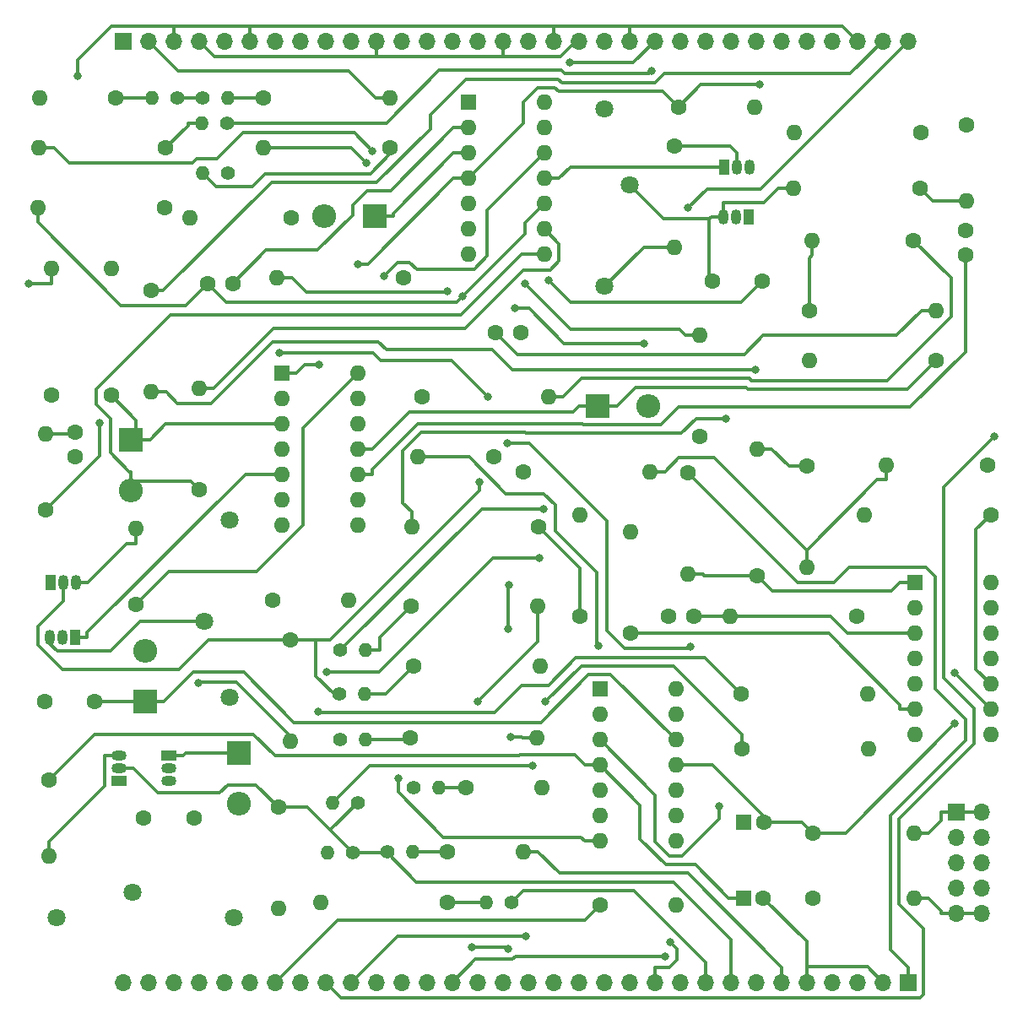
<source format=gbr>
%TF.GenerationSoftware,KiCad,Pcbnew,7.0.9*%
%TF.CreationDate,2024-06-03T12:34:29+01:00*%
%TF.ProjectId,3X VCO,33582056-434f-42e6-9b69-6361645f7063,rev?*%
%TF.SameCoordinates,Original*%
%TF.FileFunction,Copper,L2,Bot*%
%TF.FilePolarity,Positive*%
%FSLAX46Y46*%
G04 Gerber Fmt 4.6, Leading zero omitted, Abs format (unit mm)*
G04 Created by KiCad (PCBNEW 7.0.9) date 2024-06-03 12:34:29*
%MOMM*%
%LPD*%
G01*
G04 APERTURE LIST*
%TA.AperFunction,ComponentPad*%
%ADD10C,1.600000*%
%TD*%
%TA.AperFunction,ComponentPad*%
%ADD11O,1.600000X1.600000*%
%TD*%
%TA.AperFunction,ComponentPad*%
%ADD12C,1.400000*%
%TD*%
%TA.AperFunction,ComponentPad*%
%ADD13O,1.400000X1.400000*%
%TD*%
%TA.AperFunction,ComponentPad*%
%ADD14C,1.800000*%
%TD*%
%TA.AperFunction,ComponentPad*%
%ADD15R,1.700000X1.700000*%
%TD*%
%TA.AperFunction,ComponentPad*%
%ADD16O,1.700000X1.700000*%
%TD*%
%TA.AperFunction,ComponentPad*%
%ADD17R,1.500000X1.050000*%
%TD*%
%TA.AperFunction,ComponentPad*%
%ADD18O,1.500000X1.050000*%
%TD*%
%TA.AperFunction,ComponentPad*%
%ADD19R,2.400000X2.400000*%
%TD*%
%TA.AperFunction,ComponentPad*%
%ADD20O,2.400000X2.400000*%
%TD*%
%TA.AperFunction,ComponentPad*%
%ADD21R,1.600000X1.600000*%
%TD*%
%TA.AperFunction,ComponentPad*%
%ADD22R,1.050000X1.500000*%
%TD*%
%TA.AperFunction,ComponentPad*%
%ADD23O,1.050000X1.500000*%
%TD*%
%TA.AperFunction,ViaPad*%
%ADD24C,0.800000*%
%TD*%
%TA.AperFunction,Conductor*%
%ADD25C,0.350000*%
%TD*%
G04 APERTURE END LIST*
D10*
%TO.P,R22,1*%
%TO.N,Net-(R22-Pad1)*%
X265620000Y-94500000D03*
D11*
%TO.P,R22,2*%
%TO.N,Net-(U3B--)*%
X252920000Y-94500000D03*
%TD*%
D10*
%TO.P,R11,1*%
%TO.N,Net-(R11-Pad1)*%
X299500000Y-136300000D03*
D11*
%TO.P,R11,2*%
%TO.N,cvIn3*%
X312200000Y-136300000D03*
%TD*%
D12*
%TO.P,TH2,1*%
%TO.N,VCO1FMPot1*%
X247920000Y-79000000D03*
D13*
%TO.P,TH2,2*%
%TO.N,Net-(R4-Pad1)*%
X245380000Y-79000000D03*
%TD*%
D14*
%TO.P,R36,1*%
%TO.N,Net-(R35-Pad2)*%
X248165000Y-118860000D03*
%TO.P,R36,2*%
%TO.N,VCO1CoarsePot1*%
X245625000Y-129020000D03*
%TO.P,R36,3*%
%TO.N,N/C*%
X248165000Y-136640000D03*
%TD*%
D10*
%TO.P,C4,1*%
%TO.N,Net-(U2B-+)*%
X274850000Y-100000000D03*
%TO.P,C4,2*%
%TO.N,Net-(U2D--)*%
X277350000Y-100000000D03*
%TD*%
%TO.P,R44,1*%
%TO.N,Net-(U4B--)*%
X288400000Y-130180000D03*
D11*
%TO.P,R44,2*%
%TO.N,VCO1CoarsePot1*%
X288400000Y-120020000D03*
%TD*%
D10*
%TO.P,R25,1*%
%TO.N,Net-(C5-Pad1)*%
X230300000Y-106330000D03*
D11*
%TO.P,R25,2*%
%TO.N,VCO1CoarsePot1*%
X230300000Y-93630000D03*
%TD*%
D10*
%TO.P,C1,1*%
%TO.N,Net-(D1-K)*%
X301580000Y-94900000D03*
%TO.P,C1,2*%
%TO.N,VCO1CoarsePot1*%
X296580000Y-94900000D03*
%TD*%
%TO.P,R42,1*%
%TO.N,Net-(U4B--)*%
X283300000Y-128480000D03*
D11*
%TO.P,R42,2*%
%TO.N,VCO2PwmPot1*%
X283300000Y-118320000D03*
%TD*%
D15*
%TO.P,J1,1,Pin_1*%
%TO.N,VCO1CoarsePot1*%
X237485000Y-70800000D03*
D16*
%TO.P,J1,2,Pin_2*%
%TO.N,VCO1CoarsePot2*%
X240025000Y-70800000D03*
%TO.P,J1,3,Pin_3*%
%TO.N,VCO1CoarsePot3*%
X242565000Y-70800000D03*
%TO.P,J1,4,Pin_4*%
%TO.N,VCO1CoarsePot1*%
X245105000Y-70800000D03*
%TO.P,J1,5,Pin_5*%
%TO.N,VCO1FinePot2*%
X247645000Y-70800000D03*
%TO.P,J1,6,Pin_6*%
%TO.N,VCO1CoarsePot3*%
X250185000Y-70800000D03*
%TO.P,J1,7,Pin_7*%
%TO.N,VCO1FMPot1*%
X252725000Y-70800000D03*
%TO.P,J1,8,Pin_8*%
%TO.N,VCO1FMPot2*%
X255265000Y-70800000D03*
%TO.P,J1,9,Pin_9*%
%TO.N,VCO1FMPot3*%
X257805000Y-70800000D03*
%TO.P,J1,10,Pin_10*%
%TO.N,VCO1PwmPot1*%
X260345000Y-70800000D03*
%TO.P,J1,11,Pin_11*%
%TO.N,VCO1CoarsePot1*%
X262885000Y-70800000D03*
%TO.P,J1,12,Pin_12*%
%TO.N,VCO1PwmPot3*%
X265425000Y-70800000D03*
%TO.P,J1,13,Pin_13*%
%TO.N,SW1p1*%
X267965000Y-70800000D03*
%TO.P,J1,14,Pin_14*%
%TO.N,SW1p2*%
X270505000Y-70800000D03*
%TO.P,J1,15,Pin_15*%
%TO.N,SW1p3*%
X273045000Y-70800000D03*
%TO.P,J1,16,Pin_16*%
%TO.N,VCO1CoarsePot1*%
X275585000Y-70800000D03*
%TO.P,J1,17,Pin_17*%
%TO.N,VCO2CoarsePot2*%
X278125000Y-70800000D03*
%TO.P,J1,18,Pin_18*%
%TO.N,VCO1CoarsePot3*%
X280665000Y-70800000D03*
%TO.P,J1,19,Pin_19*%
%TO.N,VCO1CoarsePot1*%
X283205000Y-70800000D03*
%TO.P,J1,20,Pin_20*%
%TO.N,VCO2FinePot2*%
X285745000Y-70800000D03*
%TO.P,J1,21,Pin_21*%
%TO.N,VCO1CoarsePot3*%
X288285000Y-70800000D03*
%TO.P,J1,22,Pin_22*%
%TO.N,VCO2FMPot1*%
X290825000Y-70800000D03*
%TO.P,J1,23,Pin_23*%
%TO.N,VCO2FMPot2*%
X293365000Y-70800000D03*
%TO.P,J1,24,Pin_24*%
%TO.N,VCO2FMPot3*%
X295905000Y-70800000D03*
%TO.P,J1,25,Pin_25*%
%TO.N,VCO2PwmPot1*%
X298445000Y-70800000D03*
%TO.P,J1,26,Pin_26*%
%TO.N,VCO2PwmPot2*%
X300985000Y-70800000D03*
%TO.P,J1,27,Pin_27*%
%TO.N,VCO2PwmPot3*%
X303525000Y-70800000D03*
%TO.P,J1,28,Pin_28*%
%TO.N,VCO2IDKPot1*%
X306065000Y-70800000D03*
%TO.P,J1,29,Pin_29*%
%TO.N,VCO2IDKPot2*%
X308605000Y-70800000D03*
%TO.P,J1,30,Pin_30*%
%TO.N,VCO1CoarsePot3*%
X311145000Y-70800000D03*
%TO.P,J1,31,Pin_31*%
%TO.N,SW2p1*%
X313685000Y-70800000D03*
%TO.P,J1,32,Pin_32*%
%TO.N,SW2p2*%
X316225000Y-70800000D03*
%TD*%
D10*
%TO.P,R30,1*%
%TO.N,Net-(C6-Pad1)*%
X317400000Y-85550000D03*
D11*
%TO.P,R30,2*%
%TO.N,VCO1CoarsePot1*%
X304700000Y-85550000D03*
%TD*%
D15*
%TO.P,J2,1,Pin_1*%
%TO.N,Net-(J2-Pin_1)*%
X321060000Y-148100000D03*
D16*
%TO.P,J2,2,Pin_2*%
X323600000Y-148100000D03*
%TO.P,J2,3,Pin_3*%
%TO.N,VCO1CoarsePot1*%
X321060000Y-150640000D03*
%TO.P,J2,4,Pin_4*%
X323600000Y-150640000D03*
%TO.P,J2,5,Pin_5*%
X321060000Y-153180000D03*
%TO.P,J2,6,Pin_6*%
X323600000Y-153180000D03*
%TO.P,J2,7,Pin_7*%
X321060000Y-155720000D03*
%TO.P,J2,8,Pin_8*%
X323600000Y-155720000D03*
%TO.P,J2,9,Pin_9*%
%TO.N,Net-(J2-Pin_10)*%
X321060000Y-158260000D03*
%TO.P,J2,10,Pin_10*%
X323600000Y-158260000D03*
%TD*%
D10*
%TO.P,R48,1*%
%TO.N,Net-(U4C-+)*%
X324230000Y-113300000D03*
D11*
%TO.P,R48,2*%
%TO.N,VCO1CoarsePot1*%
X314070000Y-113300000D03*
%TD*%
D10*
%TO.P,C6,1*%
%TO.N,Net-(C6-Pad1)*%
X322000000Y-89750000D03*
%TO.P,C6,2*%
%TO.N,Net-(C6-Pad2)*%
X322000000Y-92250000D03*
%TD*%
D12*
%TO.P,TH3,1*%
%TO.N,VCO3FMPot2*%
X276420000Y-157200000D03*
D13*
%TO.P,TH3,2*%
%TO.N,Net-(R5-Pad1)*%
X273880000Y-157200000D03*
%TD*%
D10*
%TO.P,R2,1*%
%TO.N,VCO1FMPot1*%
X292800000Y-81320000D03*
D11*
%TO.P,R2,2*%
%TO.N,Net-(R2-Pad2)*%
X292800000Y-91480000D03*
%TD*%
D10*
%TO.P,C3,1*%
%TO.N,Net-(U2C-+)*%
X245970000Y-95100000D03*
%TO.P,C3,2*%
%TO.N,Net-(U2A--)*%
X248470000Y-95100000D03*
%TD*%
%TO.P,R40,1*%
%TO.N,Net-(R40-Pad1)*%
X271840000Y-145700000D03*
D11*
%TO.P,R40,2*%
%TO.N,VCO2FinePot2*%
X279460000Y-145700000D03*
%TD*%
D10*
%TO.P,R46,1*%
%TO.N,Net-(U4C-+)*%
X324500000Y-118300000D03*
D11*
%TO.P,R46,2*%
%TO.N,Net-(R46-Pad2)*%
X311800000Y-118300000D03*
%TD*%
D10*
%TO.P,R51,1*%
%TO.N,VCO2IDKPot1*%
X306640000Y-156760000D03*
D11*
%TO.P,R51,2*%
%TO.N,Net-(J2-Pin_10)*%
X316800000Y-156760000D03*
%TD*%
D10*
%TO.P,R4,1*%
%TO.N,Net-(R4-Pad1)*%
X241770000Y-81500000D03*
D11*
%TO.P,R4,2*%
%TO.N,cvIn1*%
X229070000Y-81500000D03*
%TD*%
D10*
%TO.P,R50,1*%
%TO.N,SW2p1*%
X240300000Y-95820000D03*
D11*
%TO.P,R50,2*%
%TO.N,Net-(U4C--)*%
X240300000Y-105980000D03*
%TD*%
D10*
%TO.P,R35,1*%
%TO.N,VCO2FMPot1*%
X254300000Y-130820000D03*
D11*
%TO.P,R35,2*%
%TO.N,Net-(R35-Pad2)*%
X254300000Y-140980000D03*
%TD*%
D10*
%TO.P,R31,1*%
%TO.N,VCO3WaveMixPot3*%
X322100000Y-79200000D03*
D11*
%TO.P,R31,2*%
%TO.N,Net-(C6-Pad1)*%
X322100000Y-86820000D03*
%TD*%
D10*
%TO.P,R18,1*%
%TO.N,Net-(U3B--)*%
X254350000Y-88500000D03*
D11*
%TO.P,R18,2*%
%TO.N,VCO1CoarsePot1*%
X244190000Y-88500000D03*
%TD*%
D17*
%TO.P,Q4,1,C*%
%TO.N,Net-(D2-K)*%
X242075000Y-142450000D03*
D18*
%TO.P,Q4,2,B*%
%TO.N,Net-(Q3-E)*%
X242075000Y-143720000D03*
%TO.P,Q4,3,E*%
%TO.N,VCO1CoarsePot1*%
X242075000Y-144990000D03*
%TD*%
D10*
%TO.P,C5,1*%
%TO.N,Net-(C5-Pad1)*%
X232700000Y-110000000D03*
%TO.P,C5,2*%
%TO.N,Net-(C5-Pad2)*%
X232700000Y-112500000D03*
%TD*%
%TO.P,R21,1*%
%TO.N,Net-(D4-K)*%
X319050000Y-102800000D03*
D11*
%TO.P,R21,2*%
%TO.N,VCO1CoarsePot1*%
X306350000Y-102800000D03*
%TD*%
D10*
%TO.P,R12,1*%
%TO.N,VCO2IDKPot1*%
X230075000Y-144915000D03*
D11*
%TO.P,R12,2*%
%TO.N,Net-(Q3-E)*%
X230075000Y-152535000D03*
%TD*%
D19*
%TO.P,D1,1,K*%
%TO.N,Net-(D1-K)*%
X262730000Y-88380000D03*
D20*
%TO.P,D1,2,A*%
%TO.N,Net-(D1-A)*%
X257650000Y-88380000D03*
%TD*%
D17*
%TO.P,Q3,1,C*%
%TO.N,VCO1CoarsePot3*%
X237075000Y-144995000D03*
D18*
%TO.P,Q3,2,B*%
%TO.N,VCO3FMPot1*%
X237075000Y-143725000D03*
%TO.P,Q3,3,E*%
%TO.N,Net-(Q3-E)*%
X237075000Y-142455000D03*
%TD*%
D12*
%TO.P,TH6,1*%
%TO.N,VCO3FMPot1*%
X260540000Y-152200000D03*
D13*
%TO.P,TH6,2*%
%TO.N,Net-(R11-Pad1)*%
X258000000Y-152200000D03*
%TD*%
D21*
%TO.P,C10,1*%
%TO.N,VCO1CoarsePot1*%
X299770000Y-149160000D03*
D10*
%TO.P,C10,2*%
%TO.N,VCO1CoarsePot3*%
X301770000Y-149160000D03*
%TD*%
D21*
%TO.P,U3,1*%
%TO.N,Net-(R27-Pad1)*%
X285300000Y-135800000D03*
D11*
%TO.P,U3,2,-*%
%TO.N,Net-(U3A--)*%
X285300000Y-138340000D03*
%TO.P,U3,3,+*%
%TO.N,Net-(U2B-+)*%
X285300000Y-140880000D03*
%TO.P,U3,4,V+*%
%TO.N,VCO2IDKPot1*%
X285300000Y-143420000D03*
%TO.P,U3,5,+*%
%TO.N,Net-(U2C-+)*%
X285300000Y-145960000D03*
%TO.P,U3,6,-*%
%TO.N,Net-(U3B--)*%
X285300000Y-148500000D03*
%TO.P,U3,7*%
%TO.N,Net-(R22-Pad1)*%
X285300000Y-151040000D03*
%TO.P,U3,8*%
%TO.N,Net-(U3C--)*%
X292920000Y-151040000D03*
%TO.P,U3,9,-*%
X292920000Y-148500000D03*
%TO.P,U3,10,+*%
%TO.N,VCO3WaveMixPot2*%
X292920000Y-145960000D03*
%TO.P,U3,11,V-*%
%TO.N,VCO1CoarsePot3*%
X292920000Y-143420000D03*
%TO.P,U3,12,+*%
%TO.N,Net-(D5-K)*%
X292920000Y-140880000D03*
%TO.P,U3,13,-*%
%TO.N,Net-(U3D--)*%
X292920000Y-138340000D03*
%TO.P,U3,14*%
X292920000Y-135800000D03*
%TD*%
D21*
%TO.P,U4,1*%
%TO.N,Net-(R47-Pad1)*%
X316880000Y-125100000D03*
D11*
%TO.P,U4,2,-*%
%TO.N,Net-(U4A--)*%
X316880000Y-127640000D03*
%TO.P,U4,3,+*%
%TO.N,Net-(U4A-+)*%
X316880000Y-130180000D03*
%TO.P,U4,4,V+*%
%TO.N,VCO2IDKPot1*%
X316880000Y-132720000D03*
%TO.P,U4,5,+*%
%TO.N,Net-(U4A-+)*%
X316880000Y-135260000D03*
%TO.P,U4,6,-*%
%TO.N,Net-(U4B--)*%
X316880000Y-137800000D03*
%TO.P,U4,7*%
%TO.N,Net-(R46-Pad2)*%
X316880000Y-140340000D03*
%TO.P,U4,8*%
%TO.N,Net-(U4C--)*%
X324500000Y-140340000D03*
%TO.P,U4,9,-*%
X324500000Y-137800000D03*
%TO.P,U4,10,+*%
%TO.N,Net-(U4C-+)*%
X324500000Y-135260000D03*
%TO.P,U4,11,V-*%
%TO.N,VCO1CoarsePot3*%
X324500000Y-132720000D03*
%TO.P,U4,12*%
%TO.N,N/C*%
X324500000Y-130180000D03*
%TO.P,U4,13*%
X324500000Y-127640000D03*
%TO.P,U4,14*%
X324500000Y-125100000D03*
%TD*%
D12*
%TO.P,TH11,1*%
%TO.N,VCO2FMPot1*%
X259230000Y-140800000D03*
D13*
%TO.P,TH11,2*%
%TO.N,Net-(R39-Pad1)*%
X261770000Y-140800000D03*
%TD*%
D19*
%TO.P,D2,1,K*%
%TO.N,Net-(D2-K)*%
X249075000Y-142210000D03*
D20*
%TO.P,D2,2,A*%
%TO.N,Net-(D2-A)*%
X249075000Y-147290000D03*
%TD*%
D15*
%TO.P,J3,1,Pin_1*%
%TO.N,SW2p3*%
X316235000Y-165200000D03*
D16*
%TO.P,J3,2,Pin_2*%
%TO.N,VCO1CoarsePot1*%
X313695000Y-165200000D03*
%TO.P,J3,3,Pin_3*%
%TO.N,VCO3CoarsePot2*%
X311155000Y-165200000D03*
%TO.P,J3,4,Pin_4*%
%TO.N,VCO1CoarsePot3*%
X308615000Y-165200000D03*
%TO.P,J3,5,Pin_5*%
%TO.N,VCO1CoarsePot1*%
X306075000Y-165200000D03*
%TO.P,J3,6,Pin_6*%
%TO.N,VCO3FinePot2*%
X303535000Y-165200000D03*
%TO.P,J3,7,Pin_7*%
%TO.N,VCO1CoarsePot3*%
X300995000Y-165200000D03*
%TO.P,J3,8,Pin_8*%
%TO.N,VCO3FMPot1*%
X298455000Y-165200000D03*
%TO.P,J3,9,Pin_9*%
%TO.N,VCO3FMPot2*%
X295915000Y-165200000D03*
%TO.P,J3,10,Pin_10*%
%TO.N,VCO3FMPot3*%
X293375000Y-165200000D03*
%TO.P,J3,11,Pin_11*%
%TO.N,VCO3PwmPot1*%
X290835000Y-165200000D03*
%TO.P,J3,12,Pin_12*%
%TO.N,VCO1CoarsePot1*%
X288295000Y-165200000D03*
%TO.P,J3,13,Pin_13*%
%TO.N,VCO3PwmPot3*%
X285755000Y-165200000D03*
%TO.P,J3,14,Pin_14*%
%TO.N,VCO3WaveMixPot1*%
X283215000Y-165200000D03*
%TO.P,J3,15,Pin_15*%
%TO.N,VCO3WaveMixPot2*%
X280675000Y-165200000D03*
%TO.P,J3,16,Pin_16*%
%TO.N,VCO3WaveMixPot3*%
X278135000Y-165200000D03*
%TO.P,J3,17,Pin_17*%
%TO.N,cvIn1*%
X275595000Y-165200000D03*
%TO.P,J3,18,Pin_18*%
%TO.N,cvIn2*%
X273055000Y-165200000D03*
%TO.P,J3,19,Pin_19*%
%TO.N,cvIn3*%
X270515000Y-165200000D03*
%TO.P,J3,20,Pin_20*%
%TO.N,fmIn1*%
X267975000Y-165200000D03*
%TO.P,J3,21,Pin_21*%
%TO.N,fmIn2*%
X265435000Y-165200000D03*
%TO.P,J3,22,Pin_22*%
%TO.N,fmIn3*%
X262895000Y-165200000D03*
%TO.P,J3,23,Pin_23*%
%TO.N,VCO2PwmPot2*%
X260355000Y-165200000D03*
%TO.P,J3,24,Pin_24*%
%TO.N,SW1p2*%
X257815000Y-165200000D03*
%TO.P,J3,25,Pin_25*%
%TO.N,SW2p2*%
X255275000Y-165200000D03*
%TO.P,J3,26,Pin_26*%
%TO.N,mixOut*%
X252735000Y-165200000D03*
%TO.P,J3,27,Pin_27*%
%TO.N,unconnected-(J3-Pin_27-Pad27)*%
X250195000Y-165200000D03*
%TO.P,J3,28,Pin_28*%
%TO.N,unconnected-(J3-Pin_28-Pad28)*%
X247655000Y-165200000D03*
%TO.P,J3,29,Pin_29*%
%TO.N,unconnected-(J3-Pin_29-Pad29)*%
X245115000Y-165200000D03*
%TO.P,J3,30,Pin_30*%
%TO.N,unconnected-(J3-Pin_30-Pad30)*%
X242575000Y-165200000D03*
%TO.P,J3,31,Pin_31*%
%TO.N,unconnected-(J3-Pin_31-Pad31)*%
X240035000Y-165200000D03*
%TO.P,J3,32,Pin_32*%
%TO.N,unconnected-(J3-Pin_32-Pad32)*%
X237495000Y-165200000D03*
%TD*%
D12*
%TO.P,TH5,1*%
%TO.N,VCO1FMPot1*%
X242920000Y-76500000D03*
D13*
%TO.P,TH5,2*%
%TO.N,Net-(R8-Pad1)*%
X240380000Y-76500000D03*
%TD*%
D10*
%TO.P,R15,1*%
%TO.N,Net-(D3-A)*%
X245100000Y-115740000D03*
D11*
%TO.P,R15,2*%
%TO.N,VCO1PwmPot1*%
X245100000Y-105580000D03*
%TD*%
D10*
%TO.P,R13,1*%
%TO.N,Net-(R13-Pad1)*%
X299550000Y-141760000D03*
D11*
%TO.P,R13,2*%
%TO.N,VCO3CoarsePot2*%
X312250000Y-141760000D03*
%TD*%
D10*
%TO.P,R20,1*%
%TO.N,VCO1CoarsePot1*%
X306350000Y-97800000D03*
D11*
%TO.P,R20,2*%
%TO.N,Net-(U2B-+)*%
X319050000Y-97800000D03*
%TD*%
D10*
%TO.P,R45,1*%
%TO.N,Net-(U4A--)*%
X306050000Y-113420000D03*
D11*
%TO.P,R45,2*%
%TO.N,VCO1CoarsePot1*%
X306050000Y-123580000D03*
%TD*%
D21*
%TO.P,C9,1*%
%TO.N,VCO2IDKPot1*%
X299720000Y-156760000D03*
D10*
%TO.P,C9,2*%
%TO.N,VCO1CoarsePot1*%
X301720000Y-156760000D03*
%TD*%
%TO.P,R32,1*%
%TO.N,VCO3WaveMixPot3*%
X317550000Y-80000000D03*
D11*
%TO.P,R32,2*%
%TO.N,VCO1CoarsePot1*%
X304850000Y-80000000D03*
%TD*%
D19*
%TO.P,D4,1,K*%
%TO.N,Net-(D4-K)*%
X285120000Y-107400000D03*
D20*
%TO.P,D4,2,A*%
%TO.N,Net-(D4-A)*%
X290200000Y-107400000D03*
%TD*%
D14*
%TO.P,R3,1*%
%TO.N,Net-(R2-Pad2)*%
X285800000Y-95400000D03*
%TO.P,R3,2*%
%TO.N,VCO1CoarsePot1*%
X288340000Y-85240000D03*
%TO.P,R3,3*%
%TO.N,N/C*%
X285800000Y-77620000D03*
%TD*%
D22*
%TO.P,Q5,1,C*%
%TO.N,VCO1CoarsePot3*%
X230230000Y-125060000D03*
D23*
%TO.P,Q5,2,B*%
%TO.N,VCO2FMPot1*%
X231500000Y-125060000D03*
%TO.P,Q5,3,E*%
%TO.N,Net-(Q5-E)*%
X232770000Y-125060000D03*
%TD*%
D10*
%TO.P,C7,1*%
%TO.N,Net-(D5-K)*%
X234655000Y-137065000D03*
%TO.P,C7,2*%
%TO.N,VCO1CoarsePot1*%
X229655000Y-137065000D03*
%TD*%
D19*
%TO.P,D3,1,K*%
%TO.N,Net-(D3-K)*%
X238300000Y-110760000D03*
D20*
%TO.P,D3,2,A*%
%TO.N,Net-(D3-A)*%
X238300000Y-115840000D03*
%TD*%
D10*
%TO.P,R1,1*%
%TO.N,Net-(R1-Pad1)*%
X264270000Y-81500000D03*
D11*
%TO.P,R1,2*%
%TO.N,fmIn1*%
X251570000Y-81500000D03*
%TD*%
D10*
%TO.P,R38,1*%
%TO.N,VCO2IDKPot1*%
X238800000Y-127310000D03*
D11*
%TO.P,R38,2*%
%TO.N,Net-(Q5-E)*%
X238800000Y-119690000D03*
%TD*%
D10*
%TO.P,C8,1*%
%TO.N,Net-(U4A-+)*%
X294700000Y-128500000D03*
%TO.P,C8,2*%
%TO.N,Net-(U3D--)*%
X292200000Y-128500000D03*
%TD*%
%TO.P,R39,1*%
%TO.N,Net-(R39-Pad1)*%
X266300000Y-140700000D03*
D11*
%TO.P,R39,2*%
%TO.N,VCO2CoarsePot2*%
X279000000Y-140700000D03*
%TD*%
D12*
%TO.P,TH1,1*%
%TO.N,VCO1FMPot2*%
X247960000Y-84000000D03*
D13*
%TO.P,TH1,2*%
%TO.N,Net-(R1-Pad1)*%
X245420000Y-84000000D03*
%TD*%
D21*
%TO.P,U1,1*%
%TO.N,Net-(D1-K)*%
X253400000Y-104100000D03*
D11*
%TO.P,U1,2*%
%TO.N,Net-(D1-A)*%
X253400000Y-106640000D03*
%TO.P,U1,3*%
%TO.N,Net-(D3-K)*%
X253400000Y-109180000D03*
%TO.P,U1,4*%
%TO.N,Net-(C5-Pad2)*%
X253400000Y-111720000D03*
%TO.P,U1,5*%
%TO.N,Net-(D5-K)*%
X253400000Y-114260000D03*
%TO.P,U1,6*%
%TO.N,Net-(D5-A)*%
X253400000Y-116800000D03*
%TO.P,U1,7,VSS*%
%TO.N,VCO1CoarsePot1*%
X253400000Y-119340000D03*
%TO.P,U1,8*%
%TO.N,Net-(D2-A)*%
X261020000Y-119340000D03*
%TO.P,U1,9*%
%TO.N,Net-(D2-K)*%
X261020000Y-116800000D03*
%TO.P,U1,10*%
%TO.N,Net-(C6-Pad2)*%
X261020000Y-114260000D03*
%TO.P,U1,11*%
%TO.N,Net-(D4-K)*%
X261020000Y-111720000D03*
%TO.P,U1,12*%
%TO.N,N/C*%
X261020000Y-109180000D03*
%TO.P,U1,13*%
X261020000Y-106640000D03*
%TO.P,U1,14,VDD*%
%TO.N,VCO2IDKPot1*%
X261020000Y-104100000D03*
%TD*%
D12*
%TO.P,TH4,1*%
%TO.N,VCO1FMPot1*%
X245420000Y-76500000D03*
D13*
%TO.P,TH4,2*%
%TO.N,Net-(R7-Pad1)*%
X247960000Y-76500000D03*
%TD*%
D21*
%TO.P,U2,1*%
%TO.N,Net-(U2A--)*%
X272100000Y-76960000D03*
D11*
%TO.P,U2,2,-*%
X272100000Y-79500000D03*
%TO.P,U2,3,+*%
%TO.N,Net-(D1-K)*%
X272100000Y-82040000D03*
%TO.P,U2,4,V+*%
%TO.N,VCO2IDKPot1*%
X272100000Y-84580000D03*
%TO.P,U2,5,+*%
%TO.N,Net-(U2B-+)*%
X272100000Y-87120000D03*
%TO.P,U2,6,-*%
%TO.N,VCO3PwmPot1*%
X272100000Y-89660000D03*
%TO.P,U2,7*%
%TO.N,Net-(D4-A)*%
X272100000Y-92200000D03*
%TO.P,U2,8*%
%TO.N,Net-(D3-A)*%
X279720000Y-92200000D03*
%TO.P,U2,9,-*%
%TO.N,VCO1PwmPot1*%
X279720000Y-89660000D03*
%TO.P,U2,10,+*%
%TO.N,Net-(U2C-+)*%
X279720000Y-87120000D03*
%TO.P,U2,11,V-*%
%TO.N,VCO1CoarsePot3*%
X279720000Y-84580000D03*
%TO.P,U2,12,+*%
%TO.N,Net-(D2-K)*%
X279720000Y-82040000D03*
%TO.P,U2,13,-*%
%TO.N,Net-(U2D--)*%
X279720000Y-79500000D03*
%TO.P,U2,14*%
X279720000Y-76960000D03*
%TD*%
D10*
%TO.P,R33,1*%
%TO.N,mixOut*%
X285300000Y-157440000D03*
D11*
%TO.P,R33,2*%
%TO.N,Net-(U3C--)*%
X292920000Y-157440000D03*
%TD*%
D12*
%TO.P,TH9,1*%
%TO.N,VCO2FMPot2*%
X259300000Y-131900000D03*
D13*
%TO.P,TH9,2*%
%TO.N,Net-(R34-Pad1)*%
X261840000Y-131900000D03*
%TD*%
D10*
%TO.P,R47,1*%
%TO.N,Net-(R47-Pad1)*%
X301050000Y-124380000D03*
D11*
%TO.P,R47,2*%
%TO.N,Net-(U4A--)*%
X301050000Y-111680000D03*
%TD*%
D10*
%TO.P,R43,1*%
%TO.N,VCO1CoarsePot1*%
X311050000Y-128500000D03*
D11*
%TO.P,R43,2*%
%TO.N,Net-(U4A-+)*%
X298350000Y-128500000D03*
%TD*%
D10*
%TO.P,R16,1*%
%TO.N,VCO1CoarsePot1*%
X241620000Y-87500000D03*
D11*
%TO.P,R16,2*%
%TO.N,Net-(U2C-+)*%
X228920000Y-87500000D03*
%TD*%
D19*
%TO.P,D5,1,K*%
%TO.N,Net-(D5-K)*%
X239700000Y-137000000D03*
D20*
%TO.P,D5,2,A*%
%TO.N,Net-(D5-A)*%
X239700000Y-131920000D03*
%TD*%
D10*
%TO.P,R6,1*%
%TO.N,VCO2IDKPot1*%
X293180000Y-77400000D03*
D11*
%TO.P,R6,2*%
%TO.N,Net-(Q1-E)*%
X300800000Y-77400000D03*
%TD*%
D10*
%TO.P,R49,1*%
%TO.N,SW2p3*%
X294150000Y-114080000D03*
D11*
%TO.P,R49,2*%
%TO.N,Net-(R47-Pad1)*%
X294150000Y-124240000D03*
%TD*%
D10*
%TO.P,R7,1*%
%TO.N,Net-(R7-Pad1)*%
X251570000Y-76500000D03*
D11*
%TO.P,R7,2*%
%TO.N,VCO1CoarsePot2*%
X264270000Y-76500000D03*
%TD*%
D10*
%TO.P,R19,1*%
%TO.N,Net-(D4-A)*%
X295360000Y-110480000D03*
D11*
%TO.P,R19,2*%
%TO.N,VCO3PwmPot1*%
X295360000Y-100320000D03*
%TD*%
D22*
%TO.P,Q6,1,C*%
%TO.N,Net-(D5-K)*%
X232695000Y-130565000D03*
D23*
%TO.P,Q6,2,B*%
%TO.N,Net-(Q5-E)*%
X231425000Y-130565000D03*
%TO.P,Q6,3,E*%
%TO.N,VCO1CoarsePot1*%
X230155000Y-130565000D03*
%TD*%
D10*
%TO.P,R14,1*%
%TO.N,Net-(R14-Pad1)*%
X269990000Y-152100000D03*
D11*
%TO.P,R14,2*%
%TO.N,VCO3FinePot2*%
X277610000Y-152100000D03*
%TD*%
D10*
%TO.P,R5,1*%
%TO.N,Net-(R5-Pad1)*%
X270000000Y-157200000D03*
D11*
%TO.P,R5,2*%
%TO.N,fmIn3*%
X257300000Y-157200000D03*
%TD*%
D10*
%TO.P,C2,1*%
%TO.N,Net-(D2-K)*%
X244575000Y-148725000D03*
%TO.P,C2,2*%
%TO.N,VCO1CoarsePot1*%
X239575000Y-148725000D03*
%TD*%
D12*
%TO.P,TH12,1*%
%TO.N,VCO2FMPot1*%
X266650000Y-145700000D03*
D13*
%TO.P,TH12,2*%
%TO.N,Net-(R40-Pad1)*%
X269190000Y-145700000D03*
%TD*%
D10*
%TO.P,R26,1*%
%TO.N,SW1p1*%
X229700000Y-117810000D03*
D11*
%TO.P,R26,2*%
%TO.N,Net-(C5-Pad1)*%
X229700000Y-110190000D03*
%TD*%
D10*
%TO.P,R29,1*%
%TO.N,VCO3WaveMixPot1*%
X274700000Y-112500000D03*
D11*
%TO.P,R29,2*%
%TO.N,Net-(R27-Pad1)*%
X267080000Y-112500000D03*
%TD*%
D10*
%TO.P,R9,1*%
%TO.N,VCO3FMPot1*%
X253075000Y-147645000D03*
D11*
%TO.P,R9,2*%
%TO.N,Net-(R10-Pad1)*%
X253075000Y-157805000D03*
%TD*%
D10*
%TO.P,R41,1*%
%TO.N,Net-(U4B--)*%
X279150000Y-119500000D03*
D11*
%TO.P,R41,2*%
%TO.N,VCO2IDKPot2*%
X266450000Y-119500000D03*
%TD*%
D10*
%TO.P,R28,1*%
%TO.N,SW1p1*%
X277650000Y-114000000D03*
D11*
%TO.P,R28,2*%
%TO.N,VCO1CoarsePot1*%
X290350000Y-114000000D03*
%TD*%
D22*
%TO.P,Q1,1,C*%
%TO.N,VCO1CoarsePot3*%
X297800000Y-83400000D03*
D23*
%TO.P,Q1,2,B*%
%TO.N,VCO1FMPot1*%
X299070000Y-83400000D03*
%TO.P,Q1,3,E*%
%TO.N,Net-(Q1-E)*%
X300340000Y-83400000D03*
%TD*%
D10*
%TO.P,R34,1*%
%TO.N,Net-(R34-Pad1)*%
X266350000Y-127500000D03*
D11*
%TO.P,R34,2*%
%TO.N,fmIn2*%
X279050000Y-127500000D03*
%TD*%
D10*
%TO.P,R27,1*%
%TO.N,Net-(R27-Pad1)*%
X267450000Y-106500000D03*
D11*
%TO.P,R27,2*%
%TO.N,Net-(U3A--)*%
X280150000Y-106500000D03*
%TD*%
D10*
%TO.P,R24,1*%
%TO.N,SW1p3*%
X252490000Y-126900000D03*
D11*
%TO.P,R24,2*%
%TO.N,Net-(R22-Pad1)*%
X260110000Y-126900000D03*
%TD*%
D10*
%TO.P,R37,1*%
%TO.N,Net-(R37-Pad1)*%
X266660000Y-133500000D03*
D11*
%TO.P,R37,2*%
%TO.N,cvIn2*%
X279360000Y-133500000D03*
%TD*%
D14*
%TO.P,R10,1*%
%TO.N,Net-(R10-Pad1)*%
X248600000Y-158675000D03*
%TO.P,R10,2*%
%TO.N,VCO1CoarsePot1*%
X238440000Y-156135000D03*
%TO.P,R10,3*%
%TO.N,N/C*%
X230820000Y-158675000D03*
%TD*%
D12*
%TO.P,TH7,1*%
%TO.N,VCO3FMPot1*%
X261000000Y-147200000D03*
D13*
%TO.P,TH7,2*%
%TO.N,Net-(R13-Pad1)*%
X258460000Y-147200000D03*
%TD*%
D22*
%TO.P,Q2,1,C*%
%TO.N,Net-(D1-K)*%
X300250000Y-88400000D03*
D23*
%TO.P,Q2,2,B*%
%TO.N,Net-(Q1-E)*%
X298980000Y-88400000D03*
%TO.P,Q2,3,E*%
%TO.N,VCO1CoarsePot1*%
X297710000Y-88400000D03*
%TD*%
D12*
%TO.P,TH10,1*%
%TO.N,VCO2FMPot1*%
X259200000Y-136300000D03*
D13*
%TO.P,TH10,2*%
%TO.N,Net-(R37-Pad1)*%
X261740000Y-136300000D03*
%TD*%
D10*
%TO.P,R17,1*%
%TO.N,Net-(D3-K)*%
X236300000Y-106330000D03*
D11*
%TO.P,R17,2*%
%TO.N,VCO1CoarsePot1*%
X236300000Y-93630000D03*
%TD*%
D10*
%TO.P,R52,1*%
%TO.N,VCO1CoarsePot3*%
X306640000Y-150200000D03*
D11*
%TO.P,R52,2*%
%TO.N,Net-(J2-Pin_1)*%
X316800000Y-150200000D03*
%TD*%
D10*
%TO.P,R23,1*%
%TO.N,Net-(U3A--)*%
X316780000Y-90800000D03*
D11*
%TO.P,R23,2*%
%TO.N,VCO1CoarsePot1*%
X306620000Y-90800000D03*
%TD*%
D12*
%TO.P,TH8,1*%
%TO.N,VCO3FMPot1*%
X263980000Y-152100000D03*
D13*
%TO.P,TH8,2*%
%TO.N,Net-(R14-Pad1)*%
X266520000Y-152100000D03*
%TD*%
D10*
%TO.P,R8,1*%
%TO.N,Net-(R8-Pad1)*%
X236730000Y-76500000D03*
D11*
%TO.P,R8,2*%
%TO.N,VCO1FinePot2*%
X229110000Y-76500000D03*
%TD*%
D24*
%TO.N,SW2p2*%
X294170000Y-87488100D03*
X279202000Y-122611000D03*
X257926000Y-134036000D03*
%TO.N,VCO2PwmPot2*%
X277895000Y-160542000D03*
%TO.N,SW1p2*%
X324878000Y-110433000D03*
%TO.N,VCO2FMPot2*%
X279676000Y-117724000D03*
%TO.N,Net-(U4C--)*%
X320880000Y-134183000D03*
X300957000Y-103766000D03*
%TO.N,VCO2IDKPot2*%
X297933000Y-108628000D03*
%TO.N,VCO2FinePot2*%
X276077000Y-129729000D03*
X276173000Y-125369000D03*
%TO.N,VCO2CoarsePot2*%
X276360000Y-140612000D03*
%TO.N,Net-(R35-Pad2)*%
X245035000Y-135165000D03*
%TO.N,fmIn2*%
X273059000Y-137003000D03*
%TO.N,VCO3WaveMixPot1*%
X276042000Y-111163000D03*
X294399000Y-131531000D03*
%TO.N,Net-(R27-Pad1)*%
X285191000Y-131429000D03*
%TO.N,SW1p1*%
X235157000Y-109107000D03*
X253179000Y-102055000D03*
X274092000Y-106454000D03*
%TO.N,Net-(R22-Pad1)*%
X265076000Y-144760000D03*
%TO.N,VCO3PwmPot1*%
X277816000Y-95110200D03*
X292341000Y-161152000D03*
%TO.N,Net-(U3B--)*%
X270045000Y-95861000D03*
%TO.N,Net-(R13-Pad1)*%
X278544000Y-143476000D03*
X279854000Y-137071000D03*
%TO.N,cvIn3*%
X291876000Y-162560000D03*
%TO.N,Net-(R11-Pad1)*%
X257064000Y-138055000D03*
%TO.N,cvIn1*%
X276081000Y-161821000D03*
X272489000Y-161658000D03*
X262469000Y-81798000D03*
%TO.N,fmIn1*%
X261843000Y-83024100D03*
%TO.N,VCO2FMPot1*%
X273226000Y-115051000D03*
X282284000Y-72968400D03*
%TO.N,VCO1FMPot1*%
X290535000Y-73792000D03*
%TO.N,Net-(D4-A)*%
X276771000Y-97594800D03*
X289782000Y-101138000D03*
%TO.N,VCO1CoarsePot3*%
X232948000Y-74262800D03*
X320912000Y-139223000D03*
%TO.N,VCO2IDKPot1*%
X301321000Y-75143800D03*
X261020000Y-93165800D03*
%TO.N,Net-(U2B-+)*%
X297241000Y-147529000D03*
%TO.N,Net-(U2C-+)*%
X271517000Y-96379400D03*
%TO.N,Net-(D2-K)*%
X263702000Y-94317700D03*
%TO.N,VCO1CoarsePot1*%
X227983000Y-95106700D03*
%TO.N,Net-(D1-K)*%
X280177000Y-94801600D03*
X257143000Y-103241000D03*
%TD*%
D25*
%TO.N,SW2p2*%
X301426000Y-85599300D02*
X316225000Y-70800000D01*
X296059000Y-85599300D02*
X301426000Y-85599300D01*
X294170000Y-87488100D02*
X296059000Y-85599300D01*
X263132000Y-134036000D02*
X257926000Y-134036000D01*
X274558000Y-122611000D02*
X263132000Y-134036000D01*
X279202000Y-122611000D02*
X274558000Y-122611000D01*
%TO.N,VCO2PwmPot2*%
X265013000Y-160542000D02*
X277895000Y-160542000D01*
X260355000Y-165200000D02*
X265013000Y-160542000D01*
%TO.N,SW1p2*%
X319793000Y-115518000D02*
X324878000Y-110433000D01*
X319793000Y-134620000D02*
X319793000Y-115518000D01*
X322866000Y-137693000D02*
X319793000Y-134620000D01*
X322866000Y-141247000D02*
X322866000Y-137693000D01*
X315297000Y-148816000D02*
X322866000Y-141247000D01*
X315297000Y-157385000D02*
X315297000Y-148816000D01*
X317762000Y-159849000D02*
X315297000Y-157385000D01*
X317762000Y-166398000D02*
X317762000Y-159849000D01*
X317408000Y-166753000D02*
X317762000Y-166398000D01*
X259368000Y-166753000D02*
X317408000Y-166753000D01*
X257815000Y-165200000D02*
X259368000Y-166753000D01*
%TO.N,VCO2FMPot2*%
X273476000Y-117724000D02*
X279676000Y-117724000D01*
X259300000Y-131900000D02*
X273476000Y-117724000D01*
%TO.N,VCO3FMPot2*%
X277657000Y-155963000D02*
X276420000Y-157200000D01*
X288721000Y-155963000D02*
X277657000Y-155963000D01*
X295915000Y-163158000D02*
X288721000Y-155963000D01*
X295915000Y-165200000D02*
X295915000Y-163158000D01*
%TO.N,Net-(U4C--)*%
X320883000Y-134183000D02*
X320880000Y-134183000D01*
X324500000Y-137800000D02*
X320883000Y-134183000D01*
X276529000Y-103766000D02*
X300957000Y-103766000D01*
X274493000Y-101729000D02*
X276529000Y-103766000D01*
X263884000Y-101729000D02*
X274493000Y-101729000D01*
X263087000Y-100932000D02*
X263884000Y-101729000D01*
X252488000Y-100932000D02*
X263087000Y-100932000D01*
X246308000Y-107112000D02*
X252488000Y-100932000D01*
X242909000Y-107112000D02*
X246308000Y-107112000D01*
X241777000Y-105980000D02*
X242909000Y-107112000D01*
X240300000Y-105980000D02*
X241777000Y-105980000D01*
%TO.N,SW2p1*%
X310418000Y-74067100D02*
X313685000Y-70800000D01*
X291783000Y-74067100D02*
X310418000Y-74067100D01*
X290853000Y-74997400D02*
X291783000Y-74067100D01*
X281540000Y-74997400D02*
X290853000Y-74997400D01*
X281141000Y-74598500D02*
X281540000Y-74997400D01*
X271888000Y-74598500D02*
X281141000Y-74598500D01*
X268292000Y-78194000D02*
X271888000Y-74598500D01*
X268292000Y-79601300D02*
X268292000Y-78194000D01*
X262941000Y-84952500D02*
X268292000Y-79601300D01*
X252372000Y-84952500D02*
X262941000Y-84952500D01*
X241504000Y-95820000D02*
X252372000Y-84952500D01*
X240300000Y-95820000D02*
X241504000Y-95820000D01*
%TO.N,SW2p3*%
X305140000Y-125070000D02*
X294150000Y-114080000D01*
X308795000Y-125070000D02*
X305140000Y-125070000D01*
X310272000Y-123593000D02*
X308795000Y-125070000D01*
X317992000Y-123593000D02*
X310272000Y-123593000D01*
X318941000Y-124542000D02*
X317992000Y-123593000D01*
X318941000Y-135729000D02*
X318941000Y-124542000D01*
X322002000Y-138790000D02*
X318941000Y-135729000D01*
X322002000Y-140898000D02*
X322002000Y-138790000D01*
X314443000Y-148456000D02*
X322002000Y-140898000D01*
X314443000Y-161882000D02*
X314443000Y-148456000D01*
X316235000Y-163673000D02*
X314443000Y-161882000D01*
X316235000Y-165200000D02*
X316235000Y-163673000D01*
%TO.N,Net-(R47-Pad1)*%
X295627000Y-124240000D02*
X294150000Y-124240000D01*
X295767000Y-124380000D02*
X295627000Y-124240000D01*
X301050000Y-124380000D02*
X295767000Y-124380000D01*
X302603000Y-125933000D02*
X301050000Y-124380000D01*
X314570000Y-125933000D02*
X302603000Y-125933000D01*
X315403000Y-125100000D02*
X314570000Y-125933000D01*
X316880000Y-125100000D02*
X315403000Y-125100000D01*
%TO.N,Net-(U4C-+)*%
X323017000Y-119783000D02*
X324500000Y-118300000D01*
X323017000Y-133777000D02*
X323017000Y-119783000D01*
X324500000Y-135260000D02*
X323017000Y-133777000D01*
%TO.N,Net-(U4A--)*%
X304267000Y-113420000D02*
X306050000Y-113420000D01*
X302527000Y-111680000D02*
X304267000Y-113420000D01*
X301050000Y-111680000D02*
X302527000Y-111680000D01*
%TO.N,VCO2IDKPot2*%
X294971000Y-108628000D02*
X297933000Y-108628000D01*
X293458000Y-110140000D02*
X294971000Y-108628000D01*
X277869000Y-110140000D02*
X293458000Y-110140000D01*
X277792000Y-110063000D02*
X277869000Y-110140000D01*
X267408000Y-110063000D02*
X277792000Y-110063000D01*
X265554000Y-111917000D02*
X267408000Y-110063000D01*
X265554000Y-117128000D02*
X265554000Y-111917000D01*
X266450000Y-118023000D02*
X265554000Y-117128000D01*
X266450000Y-119500000D02*
X266450000Y-118023000D01*
%TO.N,Net-(U4B--)*%
X308245000Y-130180000D02*
X288400000Y-130180000D01*
X315403000Y-137338000D02*
X308245000Y-130180000D01*
X315403000Y-137800000D02*
X315403000Y-137338000D01*
X316880000Y-137800000D02*
X315403000Y-137800000D01*
X283300000Y-123650000D02*
X279150000Y-119500000D01*
X283300000Y-128480000D02*
X283300000Y-123650000D01*
%TO.N,VCO2FinePot2*%
X276077000Y-125465000D02*
X276173000Y-125369000D01*
X276077000Y-129729000D02*
X276077000Y-125465000D01*
%TO.N,Net-(R40-Pad1)*%
X271840000Y-145700000D02*
X269190000Y-145700000D01*
%TO.N,VCO2CoarsePot2*%
X277436000Y-140612000D02*
X276360000Y-140612000D01*
X277523000Y-140700000D02*
X277436000Y-140612000D01*
X279000000Y-140700000D02*
X277523000Y-140700000D01*
%TO.N,Net-(R39-Pad1)*%
X266200000Y-140800000D02*
X266300000Y-140700000D01*
X261770000Y-140800000D02*
X266200000Y-140800000D01*
%TO.N,Net-(R37-Pad1)*%
X263860000Y-136300000D02*
X266660000Y-133500000D01*
X261740000Y-136300000D02*
X263860000Y-136300000D01*
%TO.N,Net-(R35-Pad2)*%
X245136000Y-135063000D02*
X245035000Y-135165000D01*
X248823000Y-135063000D02*
X245136000Y-135063000D01*
X254300000Y-140540000D02*
X248823000Y-135063000D01*
X254300000Y-140980000D02*
X254300000Y-140540000D01*
%TO.N,fmIn2*%
X279050000Y-131012000D02*
X279050000Y-127500000D01*
X273059000Y-137003000D02*
X279050000Y-131012000D01*
%TO.N,Net-(R34-Pad1)*%
X263217000Y-130633000D02*
X266350000Y-127500000D01*
X263217000Y-131900000D02*
X263217000Y-130633000D01*
X261840000Y-131900000D02*
X263217000Y-131900000D01*
%TO.N,mixOut*%
X283811000Y-158929000D02*
X285300000Y-157440000D01*
X259006000Y-158929000D02*
X283811000Y-158929000D01*
X252735000Y-165200000D02*
X259006000Y-158929000D01*
%TO.N,VCO3WaveMixPot1*%
X294218000Y-131712000D02*
X294399000Y-131531000D01*
X287773000Y-131712000D02*
X294218000Y-131712000D01*
X285977000Y-129916000D02*
X287773000Y-131712000D01*
X285977000Y-118909000D02*
X285977000Y-129916000D01*
X278232000Y-111163000D02*
X285977000Y-118909000D01*
X276042000Y-111163000D02*
X278232000Y-111163000D01*
%TO.N,Net-(R27-Pad1)*%
X272198000Y-112500000D02*
X267080000Y-112500000D01*
X275865000Y-116167000D02*
X272198000Y-112500000D01*
X279701000Y-116167000D02*
X275865000Y-116167000D01*
X280863000Y-117329000D02*
X279701000Y-116167000D01*
X280863000Y-119936000D02*
X280863000Y-117329000D01*
X285038000Y-124111000D02*
X280863000Y-119936000D01*
X285038000Y-131277000D02*
X285038000Y-124111000D01*
X285191000Y-131429000D02*
X285038000Y-131277000D01*
%TO.N,SW1p1*%
X235157000Y-112353000D02*
X235157000Y-109107000D01*
X229700000Y-117810000D02*
X235157000Y-112353000D01*
X270465000Y-102828000D02*
X274092000Y-106454000D01*
X263353000Y-102828000D02*
X270465000Y-102828000D01*
X262580000Y-102055000D02*
X263353000Y-102828000D01*
X253179000Y-102055000D02*
X262580000Y-102055000D01*
%TO.N,Net-(U3A--)*%
X320530000Y-94549700D02*
X316780000Y-90800000D01*
X320530000Y-98414100D02*
X320530000Y-94549700D01*
X314102000Y-104842000D02*
X320530000Y-98414100D01*
X300511000Y-104842000D02*
X314102000Y-104842000D01*
X300312000Y-104643000D02*
X300511000Y-104842000D01*
X283484000Y-104643000D02*
X300312000Y-104643000D01*
X281627000Y-106500000D02*
X283484000Y-104643000D01*
X280150000Y-106500000D02*
X281627000Y-106500000D01*
%TO.N,Net-(R22-Pad1)*%
X283823000Y-151040000D02*
X285300000Y-151040000D01*
X283407000Y-150623000D02*
X283823000Y-151040000D01*
X269611000Y-150623000D02*
X283407000Y-150623000D01*
X265076000Y-146089000D02*
X269611000Y-150623000D01*
X265076000Y-144760000D02*
X265076000Y-146089000D01*
%TO.N,VCO3PwmPot1*%
X282409000Y-99703700D02*
X277816000Y-95110200D01*
X293267000Y-99703700D02*
X282409000Y-99703700D01*
X293883000Y-100320000D02*
X293267000Y-99703700D01*
X295360000Y-100320000D02*
X293883000Y-100320000D01*
X293004000Y-161814000D02*
X292341000Y-161152000D01*
X293004000Y-162955000D02*
X293004000Y-161814000D01*
X292286000Y-163673000D02*
X293004000Y-162955000D01*
X290835000Y-163673000D02*
X292286000Y-163673000D01*
X290835000Y-165200000D02*
X290835000Y-163673000D01*
%TO.N,Net-(U3B--)*%
X254397000Y-94500000D02*
X252920000Y-94500000D01*
X255887000Y-95990100D02*
X254397000Y-94500000D01*
X269916000Y-95990100D02*
X255887000Y-95990100D01*
X270045000Y-95861000D02*
X269916000Y-95990100D01*
%TO.N,VCO1PwmPot1*%
X246577000Y-105580000D02*
X245100000Y-105580000D01*
X252548000Y-99609100D02*
X246577000Y-105580000D01*
X271757000Y-99609100D02*
X252548000Y-99609100D01*
X277642000Y-93724800D02*
X271757000Y-99609100D01*
X280302000Y-93724800D02*
X277642000Y-93724800D01*
X281204000Y-92823700D02*
X280302000Y-93724800D01*
X281204000Y-91143600D02*
X281204000Y-92823700D01*
X279720000Y-89660000D02*
X281204000Y-91143600D01*
%TO.N,VCO3FinePot2*%
X303535000Y-163673000D02*
X303535000Y-165200000D01*
X294122000Y-154260000D02*
X303535000Y-163673000D01*
X281247000Y-154260000D02*
X294122000Y-154260000D01*
X279087000Y-152100000D02*
X281247000Y-154260000D01*
X277610000Y-152100000D02*
X279087000Y-152100000D01*
%TO.N,Net-(R14-Pad1)*%
X269990000Y-152100000D02*
X266520000Y-152100000D01*
%TO.N,Net-(R13-Pad1)*%
X299550000Y-140342000D02*
X299550000Y-141760000D01*
X292680000Y-133472000D02*
X299550000Y-140342000D01*
X283453000Y-133472000D02*
X292680000Y-133472000D01*
X279854000Y-137071000D02*
X283453000Y-133472000D01*
X262184000Y-143476000D02*
X278544000Y-143476000D01*
X258460000Y-147200000D02*
X262184000Y-143476000D01*
%TO.N,cvIn3*%
X276864000Y-162560000D02*
X291876000Y-162560000D01*
X276527000Y-162897000D02*
X276864000Y-162560000D01*
X272818000Y-162897000D02*
X276527000Y-162897000D01*
X270515000Y-165200000D02*
X272818000Y-162897000D01*
%TO.N,Net-(R11-Pad1)*%
X257130000Y-138122000D02*
X257064000Y-138055000D01*
X274756000Y-138122000D02*
X257130000Y-138122000D01*
X277484000Y-135394000D02*
X274756000Y-138122000D01*
X280148000Y-135394000D02*
X277484000Y-135394000D01*
X282922000Y-132620000D02*
X280148000Y-135394000D01*
X295820000Y-132620000D02*
X282922000Y-132620000D01*
X299500000Y-136300000D02*
X295820000Y-132620000D01*
%TO.N,Net-(R8-Pad1)*%
X236730000Y-76500000D02*
X240380000Y-76500000D01*
%TO.N,VCO1CoarsePot2*%
X243025000Y-73800200D02*
X240025000Y-70800000D01*
X260094000Y-73800200D02*
X243025000Y-73800200D01*
X262793000Y-76500000D02*
X260094000Y-73800200D01*
X264270000Y-76500000D02*
X262793000Y-76500000D01*
%TO.N,Net-(R7-Pad1)*%
X247960000Y-76500000D02*
X251570000Y-76500000D01*
%TO.N,Net-(R5-Pad1)*%
X273880000Y-157200000D02*
X270000000Y-157200000D01*
%TO.N,cvIn1*%
X275919000Y-161658000D02*
X272489000Y-161658000D01*
X276081000Y-161821000D02*
X275919000Y-161658000D01*
X260678000Y-80007100D02*
X262469000Y-81798000D01*
X249492000Y-80007100D02*
X260678000Y-80007100D01*
X246876000Y-82623300D02*
X249492000Y-80007100D01*
X244850000Y-82623300D02*
X246876000Y-82623300D01*
X244476000Y-82996800D02*
X244850000Y-82623300D01*
X232044000Y-82996800D02*
X244476000Y-82996800D01*
X230547000Y-81500000D02*
X232044000Y-82996800D01*
X229070000Y-81500000D02*
X230547000Y-81500000D01*
%TO.N,Net-(R4-Pad1)*%
X244003000Y-79266700D02*
X241770000Y-81500000D01*
X244003000Y-79000000D02*
X244003000Y-79266700D01*
X245380000Y-79000000D02*
X244003000Y-79000000D01*
%TO.N,Net-(R2-Pad2)*%
X289720000Y-91480000D02*
X285800000Y-95400000D01*
X292800000Y-91480000D02*
X289720000Y-91480000D01*
%TO.N,fmIn1*%
X260319000Y-81500000D02*
X251570000Y-81500000D01*
X261843000Y-83024100D02*
X260319000Y-81500000D01*
%TO.N,Net-(R1-Pad1)*%
X264270000Y-82120000D02*
X264270000Y-81500000D01*
X262289000Y-84100800D02*
X264270000Y-82120000D01*
X251721000Y-84100800D02*
X262289000Y-84100800D01*
X250438000Y-85383400D02*
X251721000Y-84100800D01*
X246803000Y-85383400D02*
X250438000Y-85383400D01*
X245420000Y-84000000D02*
X246803000Y-85383400D01*
%TO.N,Net-(Q5-E)*%
X238800000Y-121167000D02*
X238800000Y-119690000D01*
X237865000Y-121167000D02*
X238800000Y-121167000D01*
X233972000Y-125060000D02*
X237865000Y-121167000D01*
X232770000Y-125060000D02*
X233972000Y-125060000D01*
%TO.N,VCO2FMPot1*%
X246053000Y-130820000D02*
X254300000Y-130820000D01*
X243069000Y-133804000D02*
X246053000Y-130820000D01*
X231401000Y-133804000D02*
X243069000Y-133804000D01*
X228943000Y-131346000D02*
X231401000Y-133804000D01*
X228943000Y-129488000D02*
X228943000Y-131346000D01*
X231500000Y-126931000D02*
X228943000Y-129488000D01*
X231500000Y-125060000D02*
X231500000Y-126931000D01*
X254300000Y-130820000D02*
X256844000Y-130820000D01*
X258665000Y-136300000D02*
X259200000Y-136300000D01*
X256844000Y-134480000D02*
X258665000Y-136300000D01*
X256844000Y-130820000D02*
X256844000Y-134480000D01*
X273226000Y-115872000D02*
X273226000Y-115051000D01*
X258278000Y-130820000D02*
X273226000Y-115872000D01*
X256844000Y-130820000D02*
X258278000Y-130820000D01*
X282284000Y-72968300D02*
X282284000Y-72968400D01*
X288657000Y-72968300D02*
X282284000Y-72968300D01*
X290825000Y-70800000D02*
X288657000Y-72968300D01*
%TO.N,Net-(Q3-E)*%
X230075000Y-151058000D02*
X230075000Y-152535000D01*
X235648000Y-145485000D02*
X230075000Y-151058000D01*
X235648000Y-142455000D02*
X235648000Y-145485000D01*
X237075000Y-142455000D02*
X235648000Y-142455000D01*
%TO.N,VCO3FMPot1*%
X263980000Y-152200000D02*
X263980000Y-152100000D01*
X263980000Y-152200000D02*
X260540000Y-152200000D01*
X298455000Y-160880000D02*
X298455000Y-165200000D01*
X292686000Y-155112000D02*
X298455000Y-160880000D01*
X266892000Y-155112000D02*
X292686000Y-155112000D01*
X263980000Y-152200000D02*
X266892000Y-155112000D01*
X250806000Y-145376000D02*
X253075000Y-147645000D01*
X247960000Y-145376000D02*
X250806000Y-145376000D01*
X247142000Y-146194000D02*
X247960000Y-145376000D01*
X240971000Y-146194000D02*
X247142000Y-146194000D01*
X238502000Y-143725000D02*
X240971000Y-146194000D01*
X237075000Y-143725000D02*
X238502000Y-143725000D01*
X258270000Y-149930000D02*
X261000000Y-147200000D01*
X255985000Y-147645000D02*
X258270000Y-149930000D01*
X253075000Y-147645000D02*
X255985000Y-147645000D01*
X258270000Y-149930000D02*
X260540000Y-152200000D01*
%TO.N,VCO1FMPot1*%
X245420000Y-76500000D02*
X242920000Y-76500000D01*
X298417000Y-81320000D02*
X292800000Y-81320000D01*
X299070000Y-81973300D02*
X298417000Y-81320000D01*
X299070000Y-83400000D02*
X299070000Y-81973300D01*
X290270000Y-74057300D02*
X290535000Y-73792000D01*
X281805000Y-74057300D02*
X290270000Y-74057300D01*
X281482000Y-73734400D02*
X281805000Y-74057300D01*
X269179000Y-73734400D02*
X281482000Y-73734400D01*
X263914000Y-79000000D02*
X269179000Y-73734400D01*
X247920000Y-79000000D02*
X263914000Y-79000000D01*
%TO.N,Net-(J2-Pin_10)*%
X323600000Y-158260000D02*
X321060000Y-158260000D01*
X318277000Y-156760000D02*
X316800000Y-156760000D01*
X319533000Y-158017000D02*
X318277000Y-156760000D01*
X319533000Y-158260000D02*
X319533000Y-158017000D01*
X321060000Y-158260000D02*
X319533000Y-158260000D01*
%TO.N,Net-(J2-Pin_1)*%
X323600000Y-148100000D02*
X321060000Y-148100000D01*
X318277000Y-150200000D02*
X316800000Y-150200000D01*
X319533000Y-148943000D02*
X318277000Y-150200000D01*
X319533000Y-148100000D02*
X319533000Y-148943000D01*
X321060000Y-148100000D02*
X319533000Y-148100000D01*
%TO.N,Net-(D4-A)*%
X281735000Y-101138000D02*
X289782000Y-101138000D01*
X278192000Y-97594800D02*
X281735000Y-101138000D01*
X276771000Y-97594800D02*
X278192000Y-97594800D01*
%TO.N,Net-(D4-K)*%
X316156000Y-105694000D02*
X319050000Y-102800000D01*
X300158000Y-105694000D02*
X316156000Y-105694000D01*
X299959000Y-105495000D02*
X300158000Y-105694000D01*
X288902000Y-105495000D02*
X299959000Y-105495000D01*
X286997000Y-107400000D02*
X288902000Y-105495000D01*
X285120000Y-107400000D02*
X286997000Y-107400000D01*
X262497000Y-111720000D02*
X261020000Y-111720000D01*
X266229000Y-107988000D02*
X262497000Y-111720000D01*
X282655000Y-107988000D02*
X266229000Y-107988000D01*
X283243000Y-107400000D02*
X282655000Y-107988000D01*
X285120000Y-107400000D02*
X283243000Y-107400000D01*
%TO.N,Net-(D3-A)*%
X244262000Y-114902000D02*
X245100000Y-115740000D01*
X238300000Y-114902000D02*
X244262000Y-114902000D01*
X238300000Y-115840000D02*
X238300000Y-114902000D01*
X277481000Y-92200000D02*
X279720000Y-92200000D01*
X271401000Y-98280800D02*
X277481000Y-92200000D01*
X242230000Y-98280800D02*
X271401000Y-98280800D01*
X234808000Y-105703000D02*
X242230000Y-98280800D01*
X234808000Y-107235000D02*
X234808000Y-105703000D01*
X236234000Y-108661000D02*
X234808000Y-107235000D01*
X236234000Y-112092000D02*
X236234000Y-108661000D01*
X238106000Y-113963000D02*
X236234000Y-112092000D01*
X238300000Y-113963000D02*
X238106000Y-113963000D01*
X238300000Y-114902000D02*
X238300000Y-113963000D01*
%TO.N,Net-(D3-K)*%
X240177000Y-110760000D02*
X238775000Y-110760000D01*
X241757000Y-109180000D02*
X240177000Y-110760000D01*
X253400000Y-109180000D02*
X241757000Y-109180000D01*
X238775000Y-108805000D02*
X236300000Y-106330000D01*
X238775000Y-110760000D02*
X238775000Y-108805000D01*
X238300000Y-110760000D02*
X238775000Y-110760000D01*
%TO.N,VCO1CoarsePot3*%
X242564000Y-69273300D02*
X242565000Y-69274800D01*
X236340000Y-69273300D02*
X242564000Y-69273300D01*
X232948000Y-72664900D02*
X236340000Y-69273300D01*
X232948000Y-74262800D02*
X232948000Y-72664900D01*
X288285000Y-70800000D02*
X288285000Y-69273300D01*
X280665000Y-69273300D02*
X288285000Y-69273300D01*
X309618000Y-69273300D02*
X288285000Y-69273300D01*
X311145000Y-70800000D02*
X309618000Y-69273300D01*
X296602000Y-143420000D02*
X292920000Y-143420000D01*
X301770000Y-148588000D02*
X296602000Y-143420000D01*
X301770000Y-149160000D02*
X301770000Y-148588000D01*
X305600000Y-149160000D02*
X306640000Y-150200000D01*
X301770000Y-149160000D02*
X305600000Y-149160000D01*
X282377000Y-83400000D02*
X297800000Y-83400000D01*
X281197000Y-84580000D02*
X282377000Y-83400000D01*
X279720000Y-84580000D02*
X281197000Y-84580000D01*
X309935000Y-150200000D02*
X320912000Y-139223000D01*
X306640000Y-150200000D02*
X309935000Y-150200000D01*
X280665000Y-70800000D02*
X280665000Y-69273300D01*
X280665000Y-69273300D02*
X250185000Y-69273300D01*
X250185000Y-70800000D02*
X250185000Y-69273300D01*
X242565000Y-69273300D02*
X242565000Y-69274800D01*
X250185000Y-69273300D02*
X242565000Y-69273300D01*
X242565000Y-69274800D02*
X242565000Y-70800000D01*
%TO.N,VCO2IDKPot1*%
X283823000Y-143420000D02*
X285300000Y-143420000D01*
X282765000Y-142362000D02*
X283823000Y-143420000D01*
X277328000Y-142362000D02*
X282765000Y-142362000D01*
X277212000Y-142478000D02*
X277328000Y-142362000D01*
X252700000Y-142478000D02*
X277212000Y-142478000D01*
X250555000Y-140333000D02*
X252700000Y-142478000D01*
X234657000Y-140333000D02*
X250555000Y-140333000D01*
X230075000Y-144915000D02*
X234657000Y-140333000D01*
X242098000Y-124012000D02*
X238800000Y-127310000D01*
X250841000Y-124012000D02*
X242098000Y-124012000D01*
X255510000Y-119343000D02*
X250841000Y-124012000D01*
X255510000Y-109610000D02*
X255510000Y-119343000D01*
X261020000Y-104100000D02*
X255510000Y-109610000D01*
X295436000Y-75143800D02*
X301321000Y-75143800D01*
X293180000Y-77400000D02*
X295436000Y-75143800D01*
X298243000Y-156760000D02*
X299720000Y-156760000D01*
X294890000Y-153407000D02*
X298243000Y-156760000D01*
X291921000Y-153407000D02*
X294890000Y-153407000D01*
X289336000Y-150822000D02*
X291921000Y-153407000D01*
X289336000Y-147456000D02*
X289336000Y-150822000D01*
X285300000Y-143420000D02*
X289336000Y-147456000D01*
X277610000Y-79069800D02*
X272100000Y-84580000D01*
X277610000Y-76941200D02*
X277610000Y-79069800D01*
X279089000Y-75462700D02*
X277610000Y-76941200D01*
X280801000Y-75462700D02*
X279089000Y-75462700D01*
X281187000Y-75849100D02*
X280801000Y-75462700D01*
X291629000Y-75849100D02*
X281187000Y-75849100D01*
X293180000Y-77400000D02*
X291629000Y-75849100D01*
X262038000Y-93165800D02*
X261020000Y-93165800D01*
X270623000Y-84580000D02*
X262038000Y-93165800D01*
X272100000Y-84580000D02*
X270623000Y-84580000D01*
%TO.N,Net-(U4A-+)*%
X308483000Y-128500000D02*
X298350000Y-128500000D01*
X310163000Y-130180000D02*
X308483000Y-128500000D01*
X316880000Y-130180000D02*
X310163000Y-130180000D01*
X298350000Y-128500000D02*
X294700000Y-128500000D01*
%TO.N,Net-(D5-K)*%
X249751000Y-114260000D02*
X253400000Y-114260000D01*
X233897000Y-130114000D02*
X249751000Y-114260000D01*
X233897000Y-130565000D02*
X233897000Y-130114000D01*
X232695000Y-130565000D02*
X233897000Y-130565000D01*
X237758000Y-137065000D02*
X234655000Y-137065000D01*
X237823000Y-137000000D02*
X237758000Y-137065000D01*
X239700000Y-137000000D02*
X237823000Y-137000000D01*
X241577000Y-137000000D02*
X239700000Y-137000000D01*
X244489000Y-134088000D02*
X241577000Y-137000000D01*
X249588000Y-134088000D02*
X244489000Y-134088000D01*
X254634000Y-139134000D02*
X249588000Y-134088000D01*
X279379000Y-139134000D02*
X254634000Y-139134000D01*
X284189000Y-134323000D02*
X279379000Y-139134000D01*
X286380000Y-134323000D02*
X284189000Y-134323000D01*
X292920000Y-140863000D02*
X286380000Y-134323000D01*
X292920000Y-140880000D02*
X292920000Y-140863000D01*
%TO.N,Net-(C6-Pad2)*%
X322000000Y-101948000D02*
X322000000Y-92250000D01*
X316441000Y-107507000D02*
X322000000Y-101948000D01*
X293242000Y-107507000D02*
X316441000Y-107507000D01*
X291468000Y-109282000D02*
X293242000Y-107507000D01*
X283645000Y-109282000D02*
X291468000Y-109282000D01*
X283524000Y-109161000D02*
X283645000Y-109282000D01*
X267057000Y-109161000D02*
X283524000Y-109161000D01*
X262497000Y-113721000D02*
X267057000Y-109161000D01*
X262497000Y-114260000D02*
X262497000Y-113721000D01*
X261020000Y-114260000D02*
X262497000Y-114260000D01*
%TO.N,Net-(C6-Pad1)*%
X318670000Y-86820000D02*
X317400000Y-85550000D01*
X322100000Y-86820000D02*
X318670000Y-86820000D01*
%TO.N,Net-(C5-Pad1)*%
X232510000Y-110190000D02*
X232700000Y-110000000D01*
X229700000Y-110190000D02*
X232510000Y-110190000D01*
%TO.N,Net-(U2B-+)*%
X297241000Y-148832000D02*
X297241000Y-147529000D01*
X293537000Y-152536000D02*
X297241000Y-148832000D01*
X292292000Y-152536000D02*
X293537000Y-152536000D01*
X290810000Y-151054000D02*
X292292000Y-152536000D01*
X290810000Y-146390000D02*
X290810000Y-151054000D01*
X285300000Y-140880000D02*
X290810000Y-146390000D01*
X317573000Y-97800000D02*
X319050000Y-97800000D01*
X315073000Y-100300000D02*
X317573000Y-97800000D01*
X301695000Y-100300000D02*
X315073000Y-100300000D01*
X299780000Y-102215000D02*
X301695000Y-100300000D01*
X277065000Y-102215000D02*
X299780000Y-102215000D01*
X274850000Y-100000000D02*
X277065000Y-102215000D01*
%TO.N,Net-(U2A--)*%
X270623000Y-79500000D02*
X272100000Y-79500000D01*
X264319000Y-85804200D02*
X270623000Y-79500000D01*
X261931000Y-85804200D02*
X264319000Y-85804200D01*
X260491000Y-87244100D02*
X261931000Y-85804200D01*
X260491000Y-88257100D02*
X260491000Y-87244100D01*
X257006000Y-91741300D02*
X260491000Y-88257100D01*
X251829000Y-91741300D02*
X257006000Y-91741300D01*
X248470000Y-95100000D02*
X251829000Y-91741300D01*
%TO.N,Net-(U2C-+)*%
X228920000Y-88976700D02*
X228920000Y-87500000D01*
X237256000Y-97312800D02*
X228920000Y-88976700D01*
X243757000Y-97312800D02*
X237256000Y-97312800D01*
X245970000Y-95100000D02*
X243757000Y-97312800D01*
X270913000Y-96983200D02*
X271517000Y-96379400D01*
X247853000Y-96983200D02*
X270913000Y-96983200D01*
X245970000Y-95100000D02*
X247853000Y-96983200D01*
X277786000Y-90110500D02*
X271517000Y-96379400D01*
X277786000Y-89054300D02*
X277786000Y-90110500D01*
X279720000Y-87120000D02*
X277786000Y-89054300D01*
%TO.N,Net-(D2-K)*%
X243742000Y-142210000D02*
X249075000Y-142210000D01*
X243502000Y-142450000D02*
X243742000Y-142210000D01*
X242075000Y-142450000D02*
X243502000Y-142450000D01*
X264997000Y-93023300D02*
X263702000Y-94317700D01*
X266232000Y-93023300D02*
X264997000Y-93023300D01*
X266924000Y-93715800D02*
X266232000Y-93023300D01*
X272680000Y-93715800D02*
X266924000Y-93715800D01*
X274030000Y-92364900D02*
X272680000Y-93715800D01*
X274030000Y-87729500D02*
X274030000Y-92364900D01*
X279720000Y-82040000D02*
X274030000Y-87729500D01*
%TO.N,VCO1CoarsePot1*%
X239176000Y-129020000D02*
X245625000Y-129020000D01*
X236205000Y-131992000D02*
X239176000Y-129020000D01*
X230880000Y-131992000D02*
X236205000Y-131992000D01*
X230155000Y-131267000D02*
X230880000Y-131992000D01*
X230155000Y-130565000D02*
X230155000Y-131267000D01*
X297710000Y-86973300D02*
X297710000Y-88400000D01*
X301800000Y-86973300D02*
X297710000Y-86973300D01*
X303223000Y-85550000D02*
X301800000Y-86973300D01*
X304700000Y-85550000D02*
X303223000Y-85550000D01*
X306350000Y-92546700D02*
X306350000Y-97800000D01*
X306620000Y-92276700D02*
X306350000Y-92546700D01*
X306620000Y-90800000D02*
X306620000Y-92276700D01*
X230300000Y-95106700D02*
X227983000Y-95106700D01*
X230300000Y-93630000D02*
X230300000Y-95106700D01*
X296292000Y-94612100D02*
X296580000Y-94900000D01*
X296292000Y-88616200D02*
X296292000Y-94612100D01*
X291716000Y-88616200D02*
X296292000Y-88616200D01*
X288340000Y-85240000D02*
X291716000Y-88616200D01*
X296508000Y-88400000D02*
X297710000Y-88400000D01*
X296292000Y-88616200D02*
X296508000Y-88400000D01*
X291827000Y-114000000D02*
X290350000Y-114000000D01*
X293248000Y-112578000D02*
X291827000Y-114000000D01*
X296754000Y-112578000D02*
X293248000Y-112578000D01*
X306050000Y-121874000D02*
X296754000Y-112578000D01*
X313147000Y-114777000D02*
X306050000Y-121874000D01*
X314070000Y-114777000D02*
X313147000Y-114777000D01*
X314070000Y-113300000D02*
X314070000Y-114777000D01*
X306050000Y-121874000D02*
X306050000Y-123580000D01*
X312154000Y-163659000D02*
X306075000Y-163659000D01*
X313695000Y-165200000D02*
X312154000Y-163659000D01*
X306075000Y-161115000D02*
X306075000Y-163659000D01*
X301720000Y-156760000D02*
X306075000Y-161115000D01*
X306075000Y-163659000D02*
X306075000Y-165200000D01*
X262885000Y-70800000D02*
X262885000Y-72326700D01*
X246632000Y-72326700D02*
X262885000Y-72326700D01*
X245105000Y-70800000D02*
X246632000Y-72326700D01*
X275585000Y-70800000D02*
X275585000Y-72326700D01*
X281349000Y-72326700D02*
X275585000Y-72326700D01*
X282876000Y-70800000D02*
X281349000Y-72326700D01*
X283205000Y-70800000D02*
X282876000Y-70800000D01*
X275585000Y-72326700D02*
X262885000Y-72326700D01*
%TO.N,Net-(D1-K)*%
X270623000Y-82040000D02*
X272100000Y-82040000D01*
X264607000Y-88056600D02*
X270623000Y-82040000D01*
X264607000Y-88380000D02*
X264607000Y-88056600D01*
X262730000Y-88380000D02*
X264607000Y-88380000D01*
X282385000Y-97008800D02*
X280177000Y-94801600D01*
X299471000Y-97008800D02*
X282385000Y-97008800D01*
X301580000Y-94900000D02*
X299471000Y-97008800D01*
X255736000Y-103241000D02*
X257143000Y-103241000D01*
X254877000Y-104100000D02*
X255736000Y-103241000D01*
X253400000Y-104100000D02*
X254877000Y-104100000D01*
%TD*%
M02*

</source>
